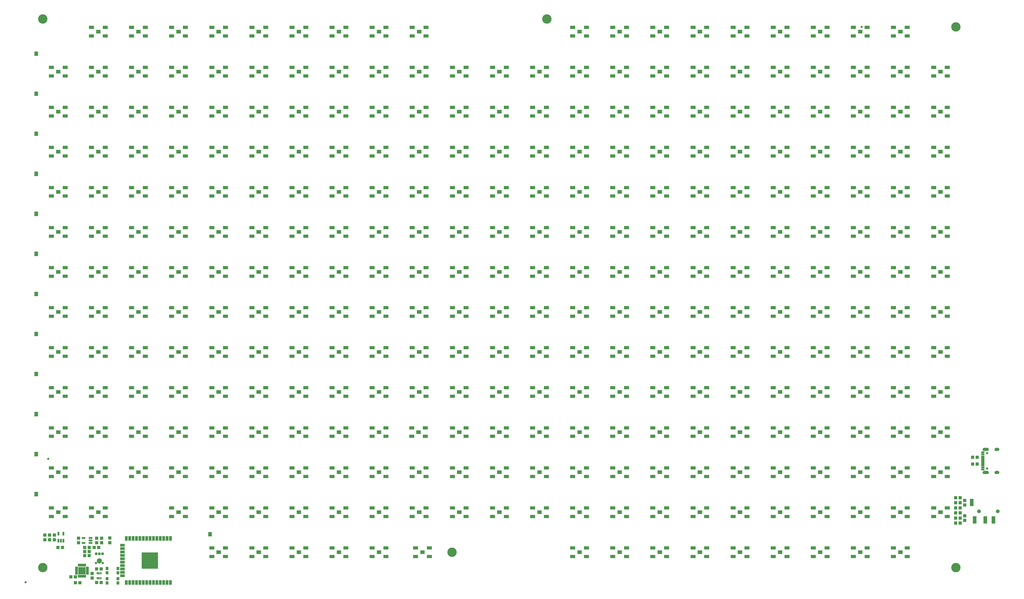
<source format=gts>
G04 EAGLE Gerber RS-274X export*
G75*
%MOMM*%
%FSLAX34Y34*%
%LPD*%
%INSoldermask Top*%
%IPPOS*%
%AMOC8*
5,1,8,0,0,1.08239X$1,22.5*%
G01*
%ADD10R,1.203200X1.303200*%
%ADD11C,0.838200*%
%ADD12R,0.503200X0.863200*%
%ADD13R,1.303200X1.203200*%
%ADD14R,1.103200X1.203200*%
%ADD15R,1.103200X1.703200*%
%ADD16R,1.703200X1.103200*%
%ADD17R,6.203200X6.203200*%
%ADD18R,0.753200X1.403200*%
%ADD19R,0.503200X1.053200*%
%ADD20R,1.053200X0.503200*%
%ADD21R,2.753200X2.753200*%
%ADD22C,3.505200*%
%ADD23R,1.219200X0.503200*%
%ADD24R,1.219200X0.803200*%
%ADD25R,1.219200X0.753200*%
%ADD26C,0.853200*%
%ADD27R,1.403200X2.703200*%
%ADD28C,1.403200*%
%ADD29C,0.500000*%
%ADD30C,0.903200*%
%ADD31C,1.103200*%
%ADD32R,1.403200X0.753200*%
%ADD33R,1.854200X1.203200*%
%ADD34R,0.838200X1.473200*%
%ADD35R,1.473200X0.838200*%

G36*
X3607855Y511584D02*
X3607855Y511584D01*
X3607858Y511581D01*
X3609125Y511786D01*
X3609131Y511792D01*
X3609136Y511789D01*
X3610325Y512271D01*
X3610329Y512278D01*
X3610335Y512276D01*
X3611388Y513010D01*
X3611390Y513018D01*
X3611396Y513017D01*
X3612259Y513967D01*
X3612260Y513976D01*
X3612265Y513976D01*
X3612895Y515095D01*
X3612894Y515103D01*
X3612900Y515105D01*
X3613265Y516335D01*
X3613262Y516342D01*
X3613266Y516345D01*
X3613265Y516345D01*
X3613267Y516346D01*
X3613349Y517627D01*
X3613347Y517631D01*
X3613349Y517633D01*
X3613267Y518914D01*
X3613261Y518920D01*
X3613265Y518925D01*
X3612900Y520155D01*
X3612893Y520160D01*
X3612895Y520165D01*
X3612265Y521284D01*
X3612258Y521287D01*
X3612259Y521293D01*
X3611396Y522243D01*
X3611388Y522244D01*
X3611388Y522250D01*
X3610335Y522984D01*
X3610327Y522984D01*
X3610325Y522989D01*
X3609136Y523471D01*
X3609128Y523469D01*
X3609125Y523474D01*
X3607858Y523679D01*
X3607853Y523676D01*
X3607850Y523679D01*
X3595850Y523679D01*
X3595846Y523676D01*
X3595843Y523679D01*
X3594721Y523524D01*
X3594716Y523519D01*
X3594712Y523522D01*
X3593641Y523151D01*
X3593637Y523145D01*
X3593632Y523147D01*
X3592655Y522574D01*
X3592652Y522568D01*
X3592647Y522569D01*
X3591800Y521816D01*
X3591798Y521809D01*
X3591793Y521809D01*
X3591109Y520906D01*
X3591109Y520899D01*
X3591104Y520898D01*
X3590609Y519879D01*
X3590611Y519872D01*
X3590609Y519871D01*
X3590606Y519870D01*
X3590319Y518773D01*
X3590322Y518767D01*
X3590318Y518764D01*
X3590251Y517633D01*
X3590253Y517629D01*
X3590251Y517627D01*
X3590318Y516496D01*
X3590323Y516491D01*
X3590319Y516487D01*
X3590606Y515390D01*
X3590612Y515386D01*
X3590609Y515381D01*
X3591104Y514362D01*
X3591110Y514359D01*
X3591109Y514354D01*
X3591793Y513451D01*
X3591800Y513449D01*
X3591800Y513444D01*
X3592647Y512691D01*
X3592654Y512691D01*
X3592655Y512686D01*
X3593632Y512113D01*
X3593639Y512114D01*
X3593641Y512109D01*
X3594712Y511738D01*
X3594718Y511741D01*
X3594721Y511736D01*
X3595843Y511581D01*
X3595848Y511584D01*
X3595850Y511581D01*
X3607850Y511581D01*
X3607855Y511584D01*
G37*
G36*
X3607855Y425184D02*
X3607855Y425184D01*
X3607858Y425181D01*
X3609125Y425386D01*
X3609131Y425392D01*
X3609136Y425389D01*
X3610325Y425871D01*
X3610329Y425878D01*
X3610335Y425876D01*
X3611388Y426610D01*
X3611390Y426618D01*
X3611396Y426617D01*
X3612259Y427567D01*
X3612260Y427576D01*
X3612265Y427576D01*
X3612895Y428695D01*
X3612894Y428703D01*
X3612900Y428705D01*
X3613265Y429935D01*
X3613262Y429942D01*
X3613266Y429945D01*
X3613265Y429945D01*
X3613267Y429946D01*
X3613349Y431227D01*
X3613347Y431231D01*
X3613349Y431233D01*
X3613267Y432514D01*
X3613261Y432520D01*
X3613265Y432525D01*
X3612900Y433755D01*
X3612893Y433760D01*
X3612895Y433765D01*
X3612265Y434884D01*
X3612258Y434887D01*
X3612259Y434893D01*
X3611396Y435843D01*
X3611388Y435844D01*
X3611388Y435850D01*
X3610335Y436584D01*
X3610327Y436584D01*
X3610325Y436589D01*
X3609136Y437071D01*
X3609128Y437069D01*
X3609125Y437074D01*
X3607858Y437279D01*
X3607853Y437276D01*
X3607850Y437279D01*
X3595850Y437279D01*
X3595846Y437276D01*
X3595843Y437279D01*
X3594721Y437124D01*
X3594716Y437119D01*
X3594712Y437122D01*
X3593641Y436751D01*
X3593637Y436745D01*
X3593632Y436747D01*
X3592655Y436174D01*
X3592652Y436168D01*
X3592647Y436169D01*
X3591800Y435416D01*
X3591798Y435409D01*
X3591793Y435409D01*
X3591109Y434506D01*
X3591109Y434499D01*
X3591104Y434498D01*
X3590609Y433479D01*
X3590611Y433472D01*
X3590609Y433471D01*
X3590606Y433470D01*
X3590319Y432373D01*
X3590322Y432367D01*
X3590318Y432364D01*
X3590251Y431233D01*
X3590253Y431229D01*
X3590251Y431227D01*
X3590318Y430096D01*
X3590323Y430091D01*
X3590319Y430087D01*
X3590606Y428990D01*
X3590612Y428986D01*
X3590609Y428981D01*
X3591104Y427962D01*
X3591110Y427959D01*
X3591109Y427954D01*
X3591793Y427051D01*
X3591800Y427049D01*
X3591800Y427044D01*
X3592647Y426291D01*
X3592654Y426291D01*
X3592655Y426286D01*
X3593632Y425713D01*
X3593639Y425714D01*
X3593641Y425709D01*
X3594712Y425338D01*
X3594718Y425341D01*
X3594721Y425336D01*
X3595843Y425181D01*
X3595848Y425184D01*
X3595850Y425181D01*
X3607850Y425181D01*
X3607855Y425184D01*
G37*
G36*
X3646654Y511583D02*
X3646654Y511583D01*
X3646656Y511581D01*
X3647985Y511736D01*
X3647991Y511742D01*
X3647995Y511739D01*
X3649256Y512186D01*
X3649261Y512193D01*
X3649266Y512191D01*
X3650396Y512908D01*
X3650399Y512915D01*
X3650405Y512914D01*
X3651347Y513865D01*
X3651348Y513873D01*
X3651354Y513873D01*
X3652061Y515009D01*
X3652061Y515014D01*
X3652062Y515015D01*
X3652061Y515017D01*
X3652066Y515019D01*
X3652502Y516284D01*
X3652500Y516292D01*
X3652505Y516295D01*
X3652649Y517625D01*
X3652645Y517631D01*
X3652649Y517635D01*
X3652539Y518801D01*
X3652534Y518806D01*
X3652537Y518810D01*
X3652202Y519933D01*
X3652196Y519937D01*
X3652198Y519941D01*
X3651650Y520977D01*
X3651644Y520980D01*
X3651645Y520985D01*
X3650906Y521893D01*
X3650899Y521895D01*
X3650899Y521900D01*
X3649997Y522647D01*
X3649990Y522647D01*
X3649989Y522653D01*
X3648958Y523209D01*
X3648951Y523208D01*
X3648949Y523213D01*
X3647830Y523557D01*
X3647823Y523555D01*
X3647820Y523559D01*
X3646655Y523679D01*
X3646652Y523677D01*
X3646650Y523679D01*
X3640650Y523679D01*
X3640647Y523677D01*
X3640645Y523679D01*
X3639469Y523568D01*
X3639464Y523563D01*
X3639460Y523566D01*
X3638328Y523228D01*
X3638324Y523222D01*
X3638319Y523224D01*
X3637275Y522672D01*
X3637272Y522665D01*
X3637267Y522667D01*
X3636351Y521921D01*
X3636350Y521914D01*
X3636344Y521914D01*
X3635591Y521005D01*
X3635591Y520997D01*
X3635586Y520997D01*
X3635025Y519957D01*
X3635026Y519950D01*
X3635021Y519948D01*
X3634674Y518819D01*
X3634676Y518813D01*
X3634672Y518810D01*
X3634551Y517635D01*
X3634555Y517628D01*
X3634551Y517624D01*
X3634708Y516284D01*
X3634713Y516278D01*
X3634710Y516273D01*
X3635161Y515002D01*
X3635168Y514997D01*
X3635166Y514992D01*
X3635888Y513853D01*
X3635896Y513850D01*
X3635895Y513844D01*
X3636853Y512894D01*
X3636861Y512893D01*
X3636862Y512887D01*
X3638007Y512174D01*
X3638016Y512175D01*
X3638017Y512169D01*
X3639293Y511729D01*
X3639300Y511731D01*
X3639302Y511729D01*
X3639303Y511727D01*
X3640645Y511581D01*
X3640648Y511583D01*
X3640650Y511581D01*
X3646650Y511581D01*
X3646654Y511583D01*
G37*
G36*
X3646654Y425183D02*
X3646654Y425183D01*
X3646656Y425181D01*
X3647985Y425336D01*
X3647991Y425342D01*
X3647995Y425339D01*
X3649256Y425786D01*
X3649261Y425793D01*
X3649266Y425791D01*
X3650396Y426508D01*
X3650399Y426515D01*
X3650405Y426514D01*
X3651347Y427465D01*
X3651348Y427473D01*
X3651354Y427473D01*
X3652061Y428609D01*
X3652061Y428614D01*
X3652062Y428615D01*
X3652061Y428617D01*
X3652066Y428619D01*
X3652502Y429884D01*
X3652500Y429892D01*
X3652505Y429895D01*
X3652649Y431225D01*
X3652645Y431231D01*
X3652649Y431235D01*
X3652539Y432401D01*
X3652534Y432406D01*
X3652537Y432410D01*
X3652202Y433533D01*
X3652196Y433537D01*
X3652198Y433541D01*
X3651650Y434577D01*
X3651644Y434580D01*
X3651645Y434585D01*
X3650906Y435493D01*
X3650899Y435495D01*
X3650899Y435500D01*
X3649997Y436247D01*
X3649990Y436247D01*
X3649989Y436253D01*
X3648958Y436809D01*
X3648951Y436808D01*
X3648949Y436813D01*
X3647830Y437157D01*
X3647823Y437155D01*
X3647820Y437159D01*
X3646655Y437279D01*
X3646652Y437277D01*
X3646650Y437279D01*
X3640650Y437279D01*
X3640647Y437277D01*
X3640645Y437279D01*
X3639469Y437168D01*
X3639464Y437163D01*
X3639460Y437166D01*
X3638328Y436828D01*
X3638324Y436822D01*
X3638319Y436824D01*
X3637275Y436272D01*
X3637272Y436265D01*
X3637267Y436267D01*
X3636351Y435521D01*
X3636350Y435514D01*
X3636344Y435514D01*
X3635591Y434605D01*
X3635591Y434597D01*
X3635586Y434597D01*
X3635025Y433557D01*
X3635026Y433550D01*
X3635021Y433548D01*
X3634674Y432419D01*
X3634676Y432413D01*
X3634672Y432410D01*
X3634551Y431235D01*
X3634555Y431228D01*
X3634551Y431224D01*
X3634708Y429884D01*
X3634713Y429878D01*
X3634710Y429873D01*
X3635161Y428602D01*
X3635168Y428597D01*
X3635166Y428592D01*
X3635888Y427453D01*
X3635896Y427450D01*
X3635895Y427444D01*
X3636853Y426494D01*
X3636861Y426493D01*
X3636862Y426487D01*
X3638007Y425774D01*
X3638016Y425775D01*
X3638017Y425769D01*
X3639293Y425329D01*
X3639300Y425331D01*
X3639302Y425329D01*
X3639303Y425327D01*
X3640645Y425181D01*
X3640648Y425183D01*
X3640650Y425181D01*
X3646650Y425181D01*
X3646654Y425183D01*
G37*
D10*
X117500Y196500D03*
X117500Y179500D03*
D11*
X3137500Y2100000D03*
X95000Y482500D03*
X10000Y20000D03*
D12*
X278300Y35250D03*
X284800Y53650D03*
X291300Y53650D03*
X278300Y53650D03*
X284800Y35250D03*
X291300Y35250D03*
D13*
X196600Y17900D03*
X213600Y17900D03*
X276300Y19050D03*
X293300Y19050D03*
X276300Y69850D03*
X293300Y69850D03*
D10*
X259400Y52950D03*
X259400Y35950D03*
D14*
X315100Y55500D03*
X315100Y71500D03*
X356100Y71500D03*
X356100Y55500D03*
X356100Y33400D03*
X356100Y17400D03*
X315100Y17400D03*
X315100Y33400D03*
D15*
X552300Y183980D03*
X539600Y183980D03*
X526900Y183980D03*
X514200Y183980D03*
X501500Y183980D03*
X488800Y183980D03*
X476100Y183980D03*
X463400Y183980D03*
X450700Y183980D03*
X438000Y183980D03*
X425300Y183980D03*
X412600Y183980D03*
X399900Y183980D03*
X387200Y183980D03*
D16*
X372300Y158750D03*
X372300Y146050D03*
X372300Y133350D03*
X372300Y120650D03*
X372300Y107950D03*
X372300Y95250D03*
X372300Y82550D03*
X372300Y69850D03*
X372300Y57150D03*
X372300Y44450D03*
D15*
X387200Y19220D03*
X399900Y19220D03*
X412600Y19220D03*
X425300Y19220D03*
X438000Y19220D03*
X450700Y19220D03*
X463400Y19220D03*
X476100Y19220D03*
X488800Y19220D03*
X501500Y19220D03*
X514200Y19220D03*
X526900Y19220D03*
X539600Y19220D03*
X552300Y19220D03*
D17*
X475300Y101600D03*
D18*
X132700Y175799D03*
X142200Y175799D03*
X151700Y175799D03*
X151700Y201801D03*
X132700Y201801D03*
D19*
X208800Y84000D03*
X213800Y84000D03*
X218800Y84000D03*
X223800Y84000D03*
X228800Y84000D03*
X233800Y84000D03*
D20*
X241800Y76000D03*
X241800Y71000D03*
X241800Y66000D03*
X241800Y61000D03*
X241800Y56000D03*
X241800Y51000D03*
X200800Y51000D03*
X200800Y56000D03*
X200800Y61000D03*
X200800Y66000D03*
X200800Y71000D03*
X200800Y76000D03*
D19*
X233800Y43000D03*
X228800Y43000D03*
X223800Y43000D03*
X218800Y43000D03*
X213800Y43000D03*
X208800Y43000D03*
D21*
X221300Y63500D03*
D22*
X3490000Y75000D03*
X75000Y75000D03*
D23*
X3591110Y481930D03*
X3591110Y476930D03*
D24*
X3591110Y506680D03*
D25*
X3591110Y498930D03*
D23*
X3591110Y491930D03*
X3591110Y486930D03*
X3591110Y466930D03*
X3591110Y471930D03*
D24*
X3591110Y442180D03*
D25*
X3591110Y449930D03*
D23*
X3591110Y456930D03*
X3591110Y461930D03*
D26*
X3607100Y445530D03*
X3607100Y503330D03*
D13*
X3552400Y488400D03*
X3569400Y488400D03*
X3552400Y463000D03*
X3569400Y463000D03*
D27*
X3560500Y253500D03*
X3549500Y318500D03*
X3600500Y253500D03*
X3630500Y253500D03*
D28*
X3646500Y286000D03*
X3576500Y286000D03*
D29*
X279300Y100000D02*
X279302Y100172D01*
X279308Y100343D01*
X279319Y100515D01*
X279334Y100686D01*
X279353Y100857D01*
X279376Y101027D01*
X279403Y101197D01*
X279435Y101366D01*
X279470Y101534D01*
X279510Y101701D01*
X279554Y101867D01*
X279601Y102032D01*
X279653Y102196D01*
X279709Y102358D01*
X279769Y102519D01*
X279833Y102679D01*
X279901Y102837D01*
X279972Y102993D01*
X280047Y103147D01*
X280127Y103300D01*
X280209Y103450D01*
X280296Y103599D01*
X280386Y103745D01*
X280480Y103889D01*
X280577Y104031D01*
X280678Y104170D01*
X280782Y104307D01*
X280889Y104441D01*
X281000Y104572D01*
X281113Y104701D01*
X281230Y104827D01*
X281350Y104950D01*
X281473Y105070D01*
X281599Y105187D01*
X281728Y105300D01*
X281859Y105411D01*
X281993Y105518D01*
X282130Y105622D01*
X282269Y105723D01*
X282411Y105820D01*
X282555Y105914D01*
X282701Y106004D01*
X282850Y106091D01*
X283000Y106173D01*
X283153Y106253D01*
X283307Y106328D01*
X283463Y106399D01*
X283621Y106467D01*
X283781Y106531D01*
X283942Y106591D01*
X284104Y106647D01*
X284268Y106699D01*
X284433Y106746D01*
X284599Y106790D01*
X284766Y106830D01*
X284934Y106865D01*
X285103Y106897D01*
X285273Y106924D01*
X285443Y106947D01*
X285614Y106966D01*
X285785Y106981D01*
X285957Y106992D01*
X286128Y106998D01*
X286300Y107000D01*
X286472Y106998D01*
X286643Y106992D01*
X286815Y106981D01*
X286986Y106966D01*
X287157Y106947D01*
X287327Y106924D01*
X287497Y106897D01*
X287666Y106865D01*
X287834Y106830D01*
X288001Y106790D01*
X288167Y106746D01*
X288332Y106699D01*
X288496Y106647D01*
X288658Y106591D01*
X288819Y106531D01*
X288979Y106467D01*
X289137Y106399D01*
X289293Y106328D01*
X289447Y106253D01*
X289600Y106173D01*
X289750Y106091D01*
X289899Y106004D01*
X290045Y105914D01*
X290189Y105820D01*
X290331Y105723D01*
X290470Y105622D01*
X290607Y105518D01*
X290741Y105411D01*
X290872Y105300D01*
X291001Y105187D01*
X291127Y105070D01*
X291250Y104950D01*
X291370Y104827D01*
X291487Y104701D01*
X291600Y104572D01*
X291711Y104441D01*
X291818Y104307D01*
X291922Y104170D01*
X292023Y104031D01*
X292120Y103889D01*
X292214Y103745D01*
X292304Y103599D01*
X292391Y103450D01*
X292473Y103300D01*
X292553Y103147D01*
X292628Y102993D01*
X292699Y102837D01*
X292767Y102679D01*
X292831Y102519D01*
X292891Y102358D01*
X292947Y102196D01*
X292999Y102032D01*
X293046Y101867D01*
X293090Y101701D01*
X293130Y101534D01*
X293165Y101366D01*
X293197Y101197D01*
X293224Y101027D01*
X293247Y100857D01*
X293266Y100686D01*
X293281Y100515D01*
X293292Y100343D01*
X293298Y100172D01*
X293300Y100000D01*
X293298Y99828D01*
X293292Y99657D01*
X293281Y99485D01*
X293266Y99314D01*
X293247Y99143D01*
X293224Y98973D01*
X293197Y98803D01*
X293165Y98634D01*
X293130Y98466D01*
X293090Y98299D01*
X293046Y98133D01*
X292999Y97968D01*
X292947Y97804D01*
X292891Y97642D01*
X292831Y97481D01*
X292767Y97321D01*
X292699Y97163D01*
X292628Y97007D01*
X292553Y96853D01*
X292473Y96700D01*
X292391Y96550D01*
X292304Y96401D01*
X292214Y96255D01*
X292120Y96111D01*
X292023Y95969D01*
X291922Y95830D01*
X291818Y95693D01*
X291711Y95559D01*
X291600Y95428D01*
X291487Y95299D01*
X291370Y95173D01*
X291250Y95050D01*
X291127Y94930D01*
X291001Y94813D01*
X290872Y94700D01*
X290741Y94589D01*
X290607Y94482D01*
X290470Y94378D01*
X290331Y94277D01*
X290189Y94180D01*
X290045Y94086D01*
X289899Y93996D01*
X289750Y93909D01*
X289600Y93827D01*
X289447Y93747D01*
X289293Y93672D01*
X289137Y93601D01*
X288979Y93533D01*
X288819Y93469D01*
X288658Y93409D01*
X288496Y93353D01*
X288332Y93301D01*
X288167Y93254D01*
X288001Y93210D01*
X287834Y93170D01*
X287666Y93135D01*
X287497Y93103D01*
X287327Y93076D01*
X287157Y93053D01*
X286986Y93034D01*
X286815Y93019D01*
X286643Y93008D01*
X286472Y93002D01*
X286300Y93000D01*
X286128Y93002D01*
X285957Y93008D01*
X285785Y93019D01*
X285614Y93034D01*
X285443Y93053D01*
X285273Y93076D01*
X285103Y93103D01*
X284934Y93135D01*
X284766Y93170D01*
X284599Y93210D01*
X284433Y93254D01*
X284268Y93301D01*
X284104Y93353D01*
X283942Y93409D01*
X283781Y93469D01*
X283621Y93533D01*
X283463Y93601D01*
X283307Y93672D01*
X283153Y93747D01*
X283000Y93827D01*
X282850Y93909D01*
X282701Y93996D01*
X282555Y94086D01*
X282411Y94180D01*
X282269Y94277D01*
X282130Y94378D01*
X281993Y94482D01*
X281859Y94589D01*
X281728Y94700D01*
X281599Y94813D01*
X281473Y94930D01*
X281350Y95050D01*
X281230Y95173D01*
X281113Y95299D01*
X281000Y95428D01*
X280889Y95559D01*
X280782Y95693D01*
X280678Y95830D01*
X280577Y95969D01*
X280480Y96111D01*
X280386Y96255D01*
X280296Y96401D01*
X280209Y96550D01*
X280127Y96700D01*
X280047Y96853D01*
X279972Y97007D01*
X279901Y97163D01*
X279833Y97321D01*
X279769Y97481D01*
X279709Y97642D01*
X279653Y97804D01*
X279601Y97968D01*
X279554Y98133D01*
X279510Y98299D01*
X279470Y98466D01*
X279435Y98634D01*
X279403Y98803D01*
X279376Y98973D01*
X279353Y99143D01*
X279334Y99314D01*
X279319Y99485D01*
X279308Y99657D01*
X279302Y99828D01*
X279300Y100000D01*
D30*
X299300Y92000D03*
D31*
X286300Y126200D03*
X274300Y126200D03*
D30*
X273300Y92000D03*
D31*
X298300Y126200D03*
X286300Y100000D03*
D13*
X283500Y150000D03*
X266500Y150000D03*
X231500Y150000D03*
X248500Y150000D03*
D32*
X253301Y167200D03*
X253301Y176700D03*
X253301Y186200D03*
X227299Y186200D03*
X227299Y167200D03*
D10*
X325000Y185500D03*
X325000Y168500D03*
X295150Y168200D03*
X295150Y185200D03*
X276100Y185200D03*
X276100Y168200D03*
D13*
X248500Y120000D03*
X231500Y120000D03*
D10*
X208550Y168200D03*
X208550Y185200D03*
D13*
X231500Y135000D03*
X248500Y135000D03*
X3505900Y279650D03*
X3488900Y279650D03*
X3505900Y336800D03*
X3488900Y336800D03*
X3488900Y298700D03*
X3505900Y298700D03*
X3505900Y241550D03*
X3488900Y241550D03*
X3505900Y317750D03*
X3488900Y317750D03*
X3488900Y260600D03*
X3505900Y260600D03*
D10*
X3522800Y326250D03*
X3522800Y309250D03*
X3522800Y269100D03*
X3522800Y252100D03*
D33*
X308270Y2066500D03*
X256730Y2066500D03*
X256730Y2098500D03*
X308270Y2098500D03*
X458270Y2066500D03*
X406730Y2066500D03*
X406730Y2098500D03*
X458270Y2098500D03*
D34*
X278436Y2082500D03*
X286564Y2082500D03*
X428436Y2082500D03*
X436564Y2082500D03*
D33*
X608270Y2066500D03*
X556730Y2066500D03*
X556730Y2098500D03*
X608270Y2098500D03*
X758270Y2066500D03*
X706730Y2066500D03*
X706730Y2098500D03*
X758270Y2098500D03*
D34*
X578436Y2082500D03*
X586564Y2082500D03*
X728436Y2082500D03*
X736564Y2082500D03*
D33*
X908270Y2066500D03*
X856730Y2066500D03*
X856730Y2098500D03*
X908270Y2098500D03*
X1058270Y2066500D03*
X1006730Y2066500D03*
X1006730Y2098500D03*
X1058270Y2098500D03*
D34*
X878436Y2082500D03*
X886564Y2082500D03*
X1028436Y2082500D03*
X1036564Y2082500D03*
D33*
X1208270Y2066500D03*
X1156730Y2066500D03*
X1156730Y2098500D03*
X1208270Y2098500D03*
X1358270Y2066500D03*
X1306730Y2066500D03*
X1306730Y2098500D03*
X1358270Y2098500D03*
D34*
X1178436Y2082500D03*
X1186564Y2082500D03*
X1328436Y2082500D03*
X1336564Y2082500D03*
D33*
X1508270Y2066500D03*
X1456730Y2066500D03*
X1456730Y2098500D03*
X1508270Y2098500D03*
D34*
X1478436Y2082500D03*
X1486564Y2082500D03*
D33*
X2108270Y2066500D03*
X2056730Y2066500D03*
X2056730Y2098500D03*
X2108270Y2098500D03*
D34*
X2078436Y2082500D03*
X2086564Y2082500D03*
D33*
X2258270Y2066500D03*
X2206730Y2066500D03*
X2206730Y2098500D03*
X2258270Y2098500D03*
X2408270Y2066500D03*
X2356730Y2066500D03*
X2356730Y2098500D03*
X2408270Y2098500D03*
D34*
X2228436Y2082500D03*
X2236564Y2082500D03*
X2378436Y2082500D03*
X2386564Y2082500D03*
D33*
X2558270Y2066500D03*
X2506730Y2066500D03*
X2506730Y2098500D03*
X2558270Y2098500D03*
X2708270Y2066500D03*
X2656730Y2066500D03*
X2656730Y2098500D03*
X2708270Y2098500D03*
D34*
X2528436Y2082500D03*
X2536564Y2082500D03*
X2678436Y2082500D03*
X2686564Y2082500D03*
D33*
X2858270Y2066500D03*
X2806730Y2066500D03*
X2806730Y2098500D03*
X2858270Y2098500D03*
X3008270Y2066500D03*
X2956730Y2066500D03*
X2956730Y2098500D03*
X3008270Y2098500D03*
D34*
X2828436Y2082500D03*
X2836564Y2082500D03*
X2978436Y2082500D03*
X2986564Y2082500D03*
D33*
X158270Y1916500D03*
X106730Y1916500D03*
X106730Y1948500D03*
X158270Y1948500D03*
D34*
X128436Y1932500D03*
X136564Y1932500D03*
D33*
X308270Y1916500D03*
X256730Y1916500D03*
X256730Y1948500D03*
X308270Y1948500D03*
D34*
X278436Y1932500D03*
X286564Y1932500D03*
D33*
X458270Y1916500D03*
X406730Y1916500D03*
X406730Y1948500D03*
X458270Y1948500D03*
X608270Y1916500D03*
X556730Y1916500D03*
X556730Y1948500D03*
X608270Y1948500D03*
D34*
X428436Y1932500D03*
X436564Y1932500D03*
X578436Y1932500D03*
X586564Y1932500D03*
D33*
X758270Y1916500D03*
X706730Y1916500D03*
X706730Y1948500D03*
X758270Y1948500D03*
X908270Y1916500D03*
X856730Y1916500D03*
X856730Y1948500D03*
X908270Y1948500D03*
D34*
X728436Y1932500D03*
X736564Y1932500D03*
X878436Y1932500D03*
X886564Y1932500D03*
D33*
X1058270Y1916500D03*
X1006730Y1916500D03*
X1006730Y1948500D03*
X1058270Y1948500D03*
X1208270Y1916500D03*
X1156730Y1916500D03*
X1156730Y1948500D03*
X1208270Y1948500D03*
D34*
X1028436Y1932500D03*
X1036564Y1932500D03*
X1178436Y1932500D03*
X1186564Y1932500D03*
D33*
X1358270Y1916500D03*
X1306730Y1916500D03*
X1306730Y1948500D03*
X1358270Y1948500D03*
X1508270Y1916500D03*
X1456730Y1916500D03*
X1456730Y1948500D03*
X1508270Y1948500D03*
D34*
X1328436Y1932500D03*
X1336564Y1932500D03*
X1478436Y1932500D03*
X1486564Y1932500D03*
D33*
X1658270Y1916500D03*
X1606730Y1916500D03*
X1606730Y1948500D03*
X1658270Y1948500D03*
X1808270Y1916500D03*
X1756730Y1916500D03*
X1756730Y1948500D03*
X1808270Y1948500D03*
D34*
X1628436Y1932500D03*
X1636564Y1932500D03*
X1778436Y1932500D03*
X1786564Y1932500D03*
D33*
X1958270Y1916500D03*
X1906730Y1916500D03*
X1906730Y1948500D03*
X1958270Y1948500D03*
D34*
X1928436Y1932500D03*
X1936564Y1932500D03*
D33*
X2108270Y1916500D03*
X2056730Y1916500D03*
X2056730Y1948500D03*
X2108270Y1948500D03*
X2258270Y1916500D03*
X2206730Y1916500D03*
X2206730Y1948500D03*
X2258270Y1948500D03*
D34*
X2078436Y1932500D03*
X2086564Y1932500D03*
X2228436Y1932500D03*
X2236564Y1932500D03*
D33*
X2408270Y1916500D03*
X2356730Y1916500D03*
X2356730Y1948500D03*
X2408270Y1948500D03*
X2558270Y1916500D03*
X2506730Y1916500D03*
X2506730Y1948500D03*
X2558270Y1948500D03*
D34*
X2378436Y1932500D03*
X2386564Y1932500D03*
X2528436Y1932500D03*
X2536564Y1932500D03*
D33*
X2708270Y1916500D03*
X2656730Y1916500D03*
X2656730Y1948500D03*
X2708270Y1948500D03*
X2858270Y1916500D03*
X2806730Y1916500D03*
X2806730Y1948500D03*
X2858270Y1948500D03*
D34*
X2678436Y1932500D03*
X2686564Y1932500D03*
X2828436Y1932500D03*
X2836564Y1932500D03*
D33*
X3008270Y1916500D03*
X2956730Y1916500D03*
X2956730Y1948500D03*
X3008270Y1948500D03*
X3158270Y1916500D03*
X3106730Y1916500D03*
X3106730Y1948500D03*
X3158270Y1948500D03*
D34*
X2978436Y1932500D03*
X2986564Y1932500D03*
X3128436Y1932500D03*
X3136564Y1932500D03*
D33*
X158270Y1766500D03*
X106730Y1766500D03*
X106730Y1798500D03*
X158270Y1798500D03*
X308270Y1766500D03*
X256730Y1766500D03*
X256730Y1798500D03*
X308270Y1798500D03*
D34*
X128436Y1782500D03*
X136564Y1782500D03*
X278436Y1782500D03*
X286564Y1782500D03*
D33*
X458270Y1766500D03*
X406730Y1766500D03*
X406730Y1798500D03*
X458270Y1798500D03*
D34*
X428436Y1782500D03*
X436564Y1782500D03*
D33*
X608270Y1766500D03*
X556730Y1766500D03*
X556730Y1798500D03*
X608270Y1798500D03*
X758270Y1766500D03*
X706730Y1766500D03*
X706730Y1798500D03*
X758270Y1798500D03*
D34*
X578436Y1782500D03*
X586564Y1782500D03*
X728436Y1782500D03*
X736564Y1782500D03*
D33*
X908270Y1766500D03*
X856730Y1766500D03*
X856730Y1798500D03*
X908270Y1798500D03*
X1058270Y1766500D03*
X1006730Y1766500D03*
X1006730Y1798500D03*
X1058270Y1798500D03*
D34*
X878436Y1782500D03*
X886564Y1782500D03*
X1028436Y1782500D03*
X1036564Y1782500D03*
D33*
X1208270Y1766500D03*
X1156730Y1766500D03*
X1156730Y1798500D03*
X1208270Y1798500D03*
X1358270Y1766500D03*
X1306730Y1766500D03*
X1306730Y1798500D03*
X1358270Y1798500D03*
D34*
X1178436Y1782500D03*
X1186564Y1782500D03*
X1328436Y1782500D03*
X1336564Y1782500D03*
D33*
X1508270Y1766500D03*
X1456730Y1766500D03*
X1456730Y1798500D03*
X1508270Y1798500D03*
X1658270Y1766500D03*
X1606730Y1766500D03*
X1606730Y1798500D03*
X1658270Y1798500D03*
D34*
X1478436Y1782500D03*
X1486564Y1782500D03*
X1628436Y1782500D03*
X1636564Y1782500D03*
D33*
X1808270Y1766500D03*
X1756730Y1766500D03*
X1756730Y1798500D03*
X1808270Y1798500D03*
X1958270Y1766500D03*
X1906730Y1766500D03*
X1906730Y1798500D03*
X1958270Y1798500D03*
D34*
X1778436Y1782500D03*
X1786564Y1782500D03*
X1928436Y1782500D03*
X1936564Y1782500D03*
D33*
X2108270Y1766500D03*
X2056730Y1766500D03*
X2056730Y1798500D03*
X2108270Y1798500D03*
D34*
X2078436Y1782500D03*
X2086564Y1782500D03*
D33*
X2258270Y1766500D03*
X2206730Y1766500D03*
X2206730Y1798500D03*
X2258270Y1798500D03*
X2408270Y1766500D03*
X2356730Y1766500D03*
X2356730Y1798500D03*
X2408270Y1798500D03*
D34*
X2228436Y1782500D03*
X2236564Y1782500D03*
X2378436Y1782500D03*
X2386564Y1782500D03*
D33*
X2558270Y1766500D03*
X2506730Y1766500D03*
X2506730Y1798500D03*
X2558270Y1798500D03*
X2708270Y1766500D03*
X2656730Y1766500D03*
X2656730Y1798500D03*
X2708270Y1798500D03*
D34*
X2528436Y1782500D03*
X2536564Y1782500D03*
X2678436Y1782500D03*
X2686564Y1782500D03*
D33*
X2858270Y1766500D03*
X2806730Y1766500D03*
X2806730Y1798500D03*
X2858270Y1798500D03*
X3008270Y1766500D03*
X2956730Y1766500D03*
X2956730Y1798500D03*
X3008270Y1798500D03*
D34*
X2828436Y1782500D03*
X2836564Y1782500D03*
X2978436Y1782500D03*
X2986564Y1782500D03*
D33*
X3158270Y1766500D03*
X3106730Y1766500D03*
X3106730Y1798500D03*
X3158270Y1798500D03*
X158270Y1616500D03*
X106730Y1616500D03*
X106730Y1648500D03*
X158270Y1648500D03*
D34*
X3128436Y1782500D03*
X3136564Y1782500D03*
X128436Y1632500D03*
X136564Y1632500D03*
D33*
X308270Y1616500D03*
X256730Y1616500D03*
X256730Y1648500D03*
X308270Y1648500D03*
X458270Y1616500D03*
X406730Y1616500D03*
X406730Y1648500D03*
X458270Y1648500D03*
D34*
X278436Y1632500D03*
X286564Y1632500D03*
X428436Y1632500D03*
X436564Y1632500D03*
D33*
X608270Y1616500D03*
X556730Y1616500D03*
X556730Y1648500D03*
X608270Y1648500D03*
D34*
X578436Y1632500D03*
X586564Y1632500D03*
D33*
X758270Y1616500D03*
X706730Y1616500D03*
X706730Y1648500D03*
X758270Y1648500D03*
X908270Y1616500D03*
X856730Y1616500D03*
X856730Y1648500D03*
X908270Y1648500D03*
D34*
X728436Y1632500D03*
X736564Y1632500D03*
X878436Y1632500D03*
X886564Y1632500D03*
D33*
X1058270Y1616500D03*
X1006730Y1616500D03*
X1006730Y1648500D03*
X1058270Y1648500D03*
X1208270Y1616500D03*
X1156730Y1616500D03*
X1156730Y1648500D03*
X1208270Y1648500D03*
D34*
X1028436Y1632500D03*
X1036564Y1632500D03*
X1178436Y1632500D03*
X1186564Y1632500D03*
D33*
X1358270Y1616500D03*
X1306730Y1616500D03*
X1306730Y1648500D03*
X1358270Y1648500D03*
X1508270Y1616500D03*
X1456730Y1616500D03*
X1456730Y1648500D03*
X1508270Y1648500D03*
D34*
X1328436Y1632500D03*
X1336564Y1632500D03*
X1478436Y1632500D03*
X1486564Y1632500D03*
D33*
X1658270Y1616500D03*
X1606730Y1616500D03*
X1606730Y1648500D03*
X1658270Y1648500D03*
X1808270Y1616500D03*
X1756730Y1616500D03*
X1756730Y1648500D03*
X1808270Y1648500D03*
D34*
X1628436Y1632500D03*
X1636564Y1632500D03*
X1778436Y1632500D03*
X1786564Y1632500D03*
D33*
X1958270Y1616500D03*
X1906730Y1616500D03*
X1906730Y1648500D03*
X1958270Y1648500D03*
X2108270Y1616500D03*
X2056730Y1616500D03*
X2056730Y1648500D03*
X2108270Y1648500D03*
D34*
X1928436Y1632500D03*
X1936564Y1632500D03*
X2078436Y1632500D03*
X2086564Y1632500D03*
D33*
X2258270Y1616500D03*
X2206730Y1616500D03*
X2206730Y1648500D03*
X2258270Y1648500D03*
D34*
X2228436Y1632500D03*
X2236564Y1632500D03*
D33*
X2408270Y1616500D03*
X2356730Y1616500D03*
X2356730Y1648500D03*
X2408270Y1648500D03*
X2558270Y1616500D03*
X2506730Y1616500D03*
X2506730Y1648500D03*
X2558270Y1648500D03*
D34*
X2378436Y1632500D03*
X2386564Y1632500D03*
X2528436Y1632500D03*
X2536564Y1632500D03*
D33*
X2708270Y1616500D03*
X2656730Y1616500D03*
X2656730Y1648500D03*
X2708270Y1648500D03*
X2858270Y1616500D03*
X2806730Y1616500D03*
X2806730Y1648500D03*
X2858270Y1648500D03*
D34*
X2678436Y1632500D03*
X2686564Y1632500D03*
X2828436Y1632500D03*
X2836564Y1632500D03*
D33*
X3008270Y1616500D03*
X2956730Y1616500D03*
X2956730Y1648500D03*
X3008270Y1648500D03*
X3458270Y1616500D03*
X3406730Y1616500D03*
X3406730Y1648500D03*
X3458270Y1648500D03*
D34*
X2978436Y1632500D03*
X2986564Y1632500D03*
X3428436Y1632500D03*
X3436564Y1632500D03*
D33*
X158270Y1466500D03*
X106730Y1466500D03*
X106730Y1498500D03*
X158270Y1498500D03*
X308270Y1466500D03*
X256730Y1466500D03*
X256730Y1498500D03*
X308270Y1498500D03*
D34*
X128436Y1482500D03*
X136564Y1482500D03*
X278436Y1482500D03*
X286564Y1482500D03*
D33*
X458270Y1466500D03*
X406730Y1466500D03*
X406730Y1498500D03*
X458270Y1498500D03*
X608270Y1466500D03*
X556730Y1466500D03*
X556730Y1498500D03*
X608270Y1498500D03*
D34*
X428436Y1482500D03*
X436564Y1482500D03*
X578436Y1482500D03*
X586564Y1482500D03*
D33*
X758270Y1466500D03*
X706730Y1466500D03*
X706730Y1498500D03*
X758270Y1498500D03*
D34*
X728436Y1482500D03*
X736564Y1482500D03*
D33*
X908270Y1466500D03*
X856730Y1466500D03*
X856730Y1498500D03*
X908270Y1498500D03*
X1058270Y1466500D03*
X1006730Y1466500D03*
X1006730Y1498500D03*
X1058270Y1498500D03*
D34*
X878436Y1482500D03*
X886564Y1482500D03*
X1028436Y1482500D03*
X1036564Y1482500D03*
D33*
X1208270Y1466500D03*
X1156730Y1466500D03*
X1156730Y1498500D03*
X1208270Y1498500D03*
X1358270Y1466500D03*
X1306730Y1466500D03*
X1306730Y1498500D03*
X1358270Y1498500D03*
D34*
X1178436Y1482500D03*
X1186564Y1482500D03*
X1328436Y1482500D03*
X1336564Y1482500D03*
D33*
X1508270Y1466500D03*
X1456730Y1466500D03*
X1456730Y1498500D03*
X1508270Y1498500D03*
X1658270Y1466500D03*
X1606730Y1466500D03*
X1606730Y1498500D03*
X1658270Y1498500D03*
D34*
X1478436Y1482500D03*
X1486564Y1482500D03*
X1628436Y1482500D03*
X1636564Y1482500D03*
D33*
X1808270Y1466500D03*
X1756730Y1466500D03*
X1756730Y1498500D03*
X1808270Y1498500D03*
X1958270Y1466500D03*
X1906730Y1466500D03*
X1906730Y1498500D03*
X1958270Y1498500D03*
D34*
X1778436Y1482500D03*
X1786564Y1482500D03*
X1928436Y1482500D03*
X1936564Y1482500D03*
D33*
X2108270Y1466500D03*
X2056730Y1466500D03*
X2056730Y1498500D03*
X2108270Y1498500D03*
X2258270Y1466500D03*
X2206730Y1466500D03*
X2206730Y1498500D03*
X2258270Y1498500D03*
D34*
X2078436Y1482500D03*
X2086564Y1482500D03*
X2228436Y1482500D03*
X2236564Y1482500D03*
D33*
X2408270Y1466500D03*
X2356730Y1466500D03*
X2356730Y1498500D03*
X2408270Y1498500D03*
D34*
X2378436Y1482500D03*
X2386564Y1482500D03*
D33*
X2558270Y1466500D03*
X2506730Y1466500D03*
X2506730Y1498500D03*
X2558270Y1498500D03*
X2708270Y1466500D03*
X2656730Y1466500D03*
X2656730Y1498500D03*
X2708270Y1498500D03*
D34*
X2528436Y1482500D03*
X2536564Y1482500D03*
X2678436Y1482500D03*
X2686564Y1482500D03*
D33*
X2858270Y1466500D03*
X2806730Y1466500D03*
X2806730Y1498500D03*
X2858270Y1498500D03*
X3008270Y1466500D03*
X2956730Y1466500D03*
X2956730Y1498500D03*
X3008270Y1498500D03*
D34*
X2828436Y1482500D03*
X2836564Y1482500D03*
X2978436Y1482500D03*
X2986564Y1482500D03*
D33*
X3158270Y1466500D03*
X3106730Y1466500D03*
X3106730Y1498500D03*
X3158270Y1498500D03*
X158270Y1316500D03*
X106730Y1316500D03*
X106730Y1348500D03*
X158270Y1348500D03*
D34*
X3128436Y1482500D03*
X3136564Y1482500D03*
X128436Y1332500D03*
X136564Y1332500D03*
D33*
X308270Y1316500D03*
X256730Y1316500D03*
X256730Y1348500D03*
X308270Y1348500D03*
X458270Y1316500D03*
X406730Y1316500D03*
X406730Y1348500D03*
X458270Y1348500D03*
D34*
X278436Y1332500D03*
X286564Y1332500D03*
X428436Y1332500D03*
X436564Y1332500D03*
D33*
X608270Y1316500D03*
X556730Y1316500D03*
X556730Y1348500D03*
X608270Y1348500D03*
X758270Y1316500D03*
X706730Y1316500D03*
X706730Y1348500D03*
X758270Y1348500D03*
D34*
X578436Y1332500D03*
X586564Y1332500D03*
X728436Y1332500D03*
X736564Y1332500D03*
D33*
X908270Y1316500D03*
X856730Y1316500D03*
X856730Y1348500D03*
X908270Y1348500D03*
D34*
X878436Y1332500D03*
X886564Y1332500D03*
D33*
X1058270Y1316500D03*
X1006730Y1316500D03*
X1006730Y1348500D03*
X1058270Y1348500D03*
X1208270Y1316500D03*
X1156730Y1316500D03*
X1156730Y1348500D03*
X1208270Y1348500D03*
D34*
X1028436Y1332500D03*
X1036564Y1332500D03*
X1178436Y1332500D03*
X1186564Y1332500D03*
D33*
X1358270Y1316500D03*
X1306730Y1316500D03*
X1306730Y1348500D03*
X1358270Y1348500D03*
X1508270Y1316500D03*
X1456730Y1316500D03*
X1456730Y1348500D03*
X1508270Y1348500D03*
D34*
X1328436Y1332500D03*
X1336564Y1332500D03*
X1478436Y1332500D03*
X1486564Y1332500D03*
D33*
X1658270Y1316500D03*
X1606730Y1316500D03*
X1606730Y1348500D03*
X1658270Y1348500D03*
X1808270Y1316500D03*
X1756730Y1316500D03*
X1756730Y1348500D03*
X1808270Y1348500D03*
D34*
X1628436Y1332500D03*
X1636564Y1332500D03*
X1778436Y1332500D03*
X1786564Y1332500D03*
D33*
X1958270Y1316500D03*
X1906730Y1316500D03*
X1906730Y1348500D03*
X1958270Y1348500D03*
X2108270Y1316500D03*
X2056730Y1316500D03*
X2056730Y1348500D03*
X2108270Y1348500D03*
D34*
X1928436Y1332500D03*
X1936564Y1332500D03*
X2078436Y1332500D03*
X2086564Y1332500D03*
D33*
X2258270Y1316500D03*
X2206730Y1316500D03*
X2206730Y1348500D03*
X2258270Y1348500D03*
X2408270Y1316500D03*
X2356730Y1316500D03*
X2356730Y1348500D03*
X2408270Y1348500D03*
D34*
X2228436Y1332500D03*
X2236564Y1332500D03*
X2378436Y1332500D03*
X2386564Y1332500D03*
D33*
X2558270Y1316500D03*
X2506730Y1316500D03*
X2506730Y1348500D03*
X2558270Y1348500D03*
D34*
X2528436Y1332500D03*
X2536564Y1332500D03*
D33*
X2708270Y1316500D03*
X2656730Y1316500D03*
X2656730Y1348500D03*
X2708270Y1348500D03*
X2858270Y1316500D03*
X2806730Y1316500D03*
X2806730Y1348500D03*
X2858270Y1348500D03*
D34*
X2678436Y1332500D03*
X2686564Y1332500D03*
X2828436Y1332500D03*
X2836564Y1332500D03*
D33*
X3008270Y1316500D03*
X2956730Y1316500D03*
X2956730Y1348500D03*
X3008270Y1348500D03*
X3158270Y1316500D03*
X3106730Y1316500D03*
X3106730Y1348500D03*
X3158270Y1348500D03*
D34*
X2978436Y1332500D03*
X2986564Y1332500D03*
X3128436Y1332500D03*
X3136564Y1332500D03*
D33*
X158270Y1166500D03*
X106730Y1166500D03*
X106730Y1198500D03*
X158270Y1198500D03*
X308270Y1166500D03*
X256730Y1166500D03*
X256730Y1198500D03*
X308270Y1198500D03*
D34*
X128436Y1182500D03*
X136564Y1182500D03*
X278436Y1182500D03*
X286564Y1182500D03*
D33*
X458270Y1166500D03*
X406730Y1166500D03*
X406730Y1198500D03*
X458270Y1198500D03*
X608270Y1166500D03*
X556730Y1166500D03*
X556730Y1198500D03*
X608270Y1198500D03*
D34*
X428436Y1182500D03*
X436564Y1182500D03*
X578436Y1182500D03*
X586564Y1182500D03*
D33*
X758270Y1166500D03*
X706730Y1166500D03*
X706730Y1198500D03*
X758270Y1198500D03*
X908270Y1166500D03*
X856730Y1166500D03*
X856730Y1198500D03*
X908270Y1198500D03*
D34*
X728436Y1182500D03*
X736564Y1182500D03*
X878436Y1182500D03*
X886564Y1182500D03*
D33*
X1058270Y1166500D03*
X1006730Y1166500D03*
X1006730Y1198500D03*
X1058270Y1198500D03*
D34*
X1028436Y1182500D03*
X1036564Y1182500D03*
D33*
X1208270Y1166500D03*
X1156730Y1166500D03*
X1156730Y1198500D03*
X1208270Y1198500D03*
X1358270Y1166500D03*
X1306730Y1166500D03*
X1306730Y1198500D03*
X1358270Y1198500D03*
D34*
X1178436Y1182500D03*
X1186564Y1182500D03*
X1328436Y1182500D03*
X1336564Y1182500D03*
D33*
X1508270Y1166500D03*
X1456730Y1166500D03*
X1456730Y1198500D03*
X1508270Y1198500D03*
X1658270Y1166500D03*
X1606730Y1166500D03*
X1606730Y1198500D03*
X1658270Y1198500D03*
D34*
X1478436Y1182500D03*
X1486564Y1182500D03*
X1628436Y1182500D03*
X1636564Y1182500D03*
D33*
X1808270Y1166500D03*
X1756730Y1166500D03*
X1756730Y1198500D03*
X1808270Y1198500D03*
X1958270Y1166500D03*
X1906730Y1166500D03*
X1906730Y1198500D03*
X1958270Y1198500D03*
D34*
X1778436Y1182500D03*
X1786564Y1182500D03*
X1928436Y1182500D03*
X1936564Y1182500D03*
D33*
X2108270Y1166500D03*
X2056730Y1166500D03*
X2056730Y1198500D03*
X2108270Y1198500D03*
X2258270Y1166500D03*
X2206730Y1166500D03*
X2206730Y1198500D03*
X2258270Y1198500D03*
D34*
X2078436Y1182500D03*
X2086564Y1182500D03*
X2228436Y1182500D03*
X2236564Y1182500D03*
D33*
X2408270Y1166500D03*
X2356730Y1166500D03*
X2356730Y1198500D03*
X2408270Y1198500D03*
X2558270Y1166500D03*
X2506730Y1166500D03*
X2506730Y1198500D03*
X2558270Y1198500D03*
D34*
X2378436Y1182500D03*
X2386564Y1182500D03*
X2528436Y1182500D03*
X2536564Y1182500D03*
D33*
X2708270Y1166500D03*
X2656730Y1166500D03*
X2656730Y1198500D03*
X2708270Y1198500D03*
D34*
X2678436Y1182500D03*
X2686564Y1182500D03*
D33*
X2858270Y1166500D03*
X2806730Y1166500D03*
X2806730Y1198500D03*
X2858270Y1198500D03*
X3008270Y1166500D03*
X2956730Y1166500D03*
X2956730Y1198500D03*
X3008270Y1198500D03*
D34*
X2828436Y1182500D03*
X2836564Y1182500D03*
X2978436Y1182500D03*
X2986564Y1182500D03*
D33*
X3158270Y1166500D03*
X3106730Y1166500D03*
X3106730Y1198500D03*
X3158270Y1198500D03*
X158270Y1016500D03*
X106730Y1016500D03*
X106730Y1048500D03*
X158270Y1048500D03*
D34*
X3128436Y1182500D03*
X3136564Y1182500D03*
X128436Y1032500D03*
X136564Y1032500D03*
D33*
X308270Y1016500D03*
X256730Y1016500D03*
X256730Y1048500D03*
X308270Y1048500D03*
X458270Y1016500D03*
X406730Y1016500D03*
X406730Y1048500D03*
X458270Y1048500D03*
D34*
X278436Y1032500D03*
X286564Y1032500D03*
X428436Y1032500D03*
X436564Y1032500D03*
D33*
X608270Y1016500D03*
X556730Y1016500D03*
X556730Y1048500D03*
X608270Y1048500D03*
X758270Y1016500D03*
X706730Y1016500D03*
X706730Y1048500D03*
X758270Y1048500D03*
D34*
X578436Y1032500D03*
X586564Y1032500D03*
X728436Y1032500D03*
X736564Y1032500D03*
D33*
X908270Y1016500D03*
X856730Y1016500D03*
X856730Y1048500D03*
X908270Y1048500D03*
X1058270Y1016500D03*
X1006730Y1016500D03*
X1006730Y1048500D03*
X1058270Y1048500D03*
D34*
X878436Y1032500D03*
X886564Y1032500D03*
X1028436Y1032500D03*
X1036564Y1032500D03*
D33*
X1208270Y1016500D03*
X1156730Y1016500D03*
X1156730Y1048500D03*
X1208270Y1048500D03*
D34*
X1178436Y1032500D03*
X1186564Y1032500D03*
D33*
X1358270Y1016500D03*
X1306730Y1016500D03*
X1306730Y1048500D03*
X1358270Y1048500D03*
X1508270Y1016500D03*
X1456730Y1016500D03*
X1456730Y1048500D03*
X1508270Y1048500D03*
D34*
X1328436Y1032500D03*
X1336564Y1032500D03*
X1478436Y1032500D03*
X1486564Y1032500D03*
D33*
X1658270Y1016500D03*
X1606730Y1016500D03*
X1606730Y1048500D03*
X1658270Y1048500D03*
X1808270Y1016500D03*
X1756730Y1016500D03*
X1756730Y1048500D03*
X1808270Y1048500D03*
D34*
X1628436Y1032500D03*
X1636564Y1032500D03*
X1778436Y1032500D03*
X1786564Y1032500D03*
D33*
X1958270Y1016500D03*
X1906730Y1016500D03*
X1906730Y1048500D03*
X1958270Y1048500D03*
X2408270Y1016500D03*
X2356730Y1016500D03*
X2356730Y1048500D03*
X2408270Y1048500D03*
D34*
X1928436Y1032500D03*
X1936564Y1032500D03*
X2378436Y1032500D03*
X2386564Y1032500D03*
D33*
X2558270Y1016500D03*
X2506730Y1016500D03*
X2506730Y1048500D03*
X2558270Y1048500D03*
X2708270Y1016500D03*
X2656730Y1016500D03*
X2656730Y1048500D03*
X2708270Y1048500D03*
D34*
X2528436Y1032500D03*
X2536564Y1032500D03*
X2678436Y1032500D03*
X2686564Y1032500D03*
D33*
X2858270Y1016500D03*
X2806730Y1016500D03*
X2806730Y1048500D03*
X2858270Y1048500D03*
X3008270Y1016500D03*
X2956730Y1016500D03*
X2956730Y1048500D03*
X3008270Y1048500D03*
D34*
X2828436Y1032500D03*
X2836564Y1032500D03*
X2978436Y1032500D03*
X2986564Y1032500D03*
D33*
X3158270Y1016500D03*
X3106730Y1016500D03*
X3106730Y1048500D03*
X3158270Y1048500D03*
D34*
X3128436Y1032500D03*
X3136564Y1032500D03*
D33*
X3308270Y1016500D03*
X3256730Y1016500D03*
X3256730Y1048500D03*
X3308270Y1048500D03*
X3458270Y1016500D03*
X3406730Y1016500D03*
X3406730Y1048500D03*
X3458270Y1048500D03*
D34*
X3278436Y1032500D03*
X3286564Y1032500D03*
X3428436Y1032500D03*
X3436564Y1032500D03*
D33*
X158270Y866500D03*
X106730Y866500D03*
X106730Y898500D03*
X158270Y898500D03*
X308270Y866500D03*
X256730Y866500D03*
X256730Y898500D03*
X308270Y898500D03*
D34*
X128436Y882500D03*
X136564Y882500D03*
X278436Y882500D03*
X286564Y882500D03*
D33*
X458270Y866500D03*
X406730Y866500D03*
X406730Y898500D03*
X458270Y898500D03*
X608270Y866500D03*
X556730Y866500D03*
X556730Y898500D03*
X608270Y898500D03*
D34*
X428436Y882500D03*
X436564Y882500D03*
X578436Y882500D03*
X586564Y882500D03*
D33*
X758270Y866500D03*
X706730Y866500D03*
X706730Y898500D03*
X758270Y898500D03*
X908270Y866500D03*
X856730Y866500D03*
X856730Y898500D03*
X908270Y898500D03*
D34*
X728436Y882500D03*
X736564Y882500D03*
X878436Y882500D03*
X886564Y882500D03*
D33*
X1058270Y866500D03*
X1006730Y866500D03*
X1006730Y898500D03*
X1058270Y898500D03*
X1208270Y866500D03*
X1156730Y866500D03*
X1156730Y898500D03*
X1208270Y898500D03*
D34*
X1028436Y882500D03*
X1036564Y882500D03*
X1178436Y882500D03*
X1186564Y882500D03*
D33*
X1358270Y866500D03*
X1306730Y866500D03*
X1306730Y898500D03*
X1358270Y898500D03*
D34*
X1328436Y882500D03*
X1336564Y882500D03*
D33*
X1508270Y866500D03*
X1456730Y866500D03*
X1456730Y898500D03*
X1508270Y898500D03*
X1658270Y866500D03*
X1606730Y866500D03*
X1606730Y898500D03*
X1658270Y898500D03*
D34*
X1478436Y882500D03*
X1486564Y882500D03*
X1628436Y882500D03*
X1636564Y882500D03*
D33*
X1808270Y866500D03*
X1756730Y866500D03*
X1756730Y898500D03*
X1808270Y898500D03*
X1958270Y866500D03*
X1906730Y866500D03*
X1906730Y898500D03*
X1958270Y898500D03*
D34*
X1778436Y882500D03*
X1786564Y882500D03*
X1928436Y882500D03*
X1936564Y882500D03*
D33*
X2108270Y866500D03*
X2056730Y866500D03*
X2056730Y898500D03*
X2108270Y898500D03*
X2258270Y866500D03*
X2206730Y866500D03*
X2206730Y898500D03*
X2258270Y898500D03*
D34*
X2078436Y882500D03*
X2086564Y882500D03*
X2228436Y882500D03*
X2236564Y882500D03*
D33*
X2408270Y866500D03*
X2356730Y866500D03*
X2356730Y898500D03*
X2408270Y898500D03*
X2558270Y866500D03*
X2506730Y866500D03*
X2506730Y898500D03*
X2558270Y898500D03*
D34*
X2378436Y882500D03*
X2386564Y882500D03*
X2528436Y882500D03*
X2536564Y882500D03*
D33*
X2708270Y866500D03*
X2656730Y866500D03*
X2656730Y898500D03*
X2708270Y898500D03*
X3158270Y866500D03*
X3106730Y866500D03*
X3106730Y898500D03*
X3158270Y898500D03*
D34*
X2678436Y882500D03*
X2686564Y882500D03*
X3128436Y882500D03*
X3136564Y882500D03*
D33*
X3308270Y866500D03*
X3256730Y866500D03*
X3256730Y898500D03*
X3308270Y898500D03*
D34*
X3278436Y882500D03*
X3286564Y882500D03*
D33*
X3458270Y866500D03*
X3406730Y866500D03*
X3406730Y898500D03*
X3458270Y898500D03*
X158270Y716500D03*
X106730Y716500D03*
X106730Y748500D03*
X158270Y748500D03*
D34*
X3428436Y882500D03*
X3436564Y882500D03*
X128436Y732500D03*
X136564Y732500D03*
D33*
X308270Y716500D03*
X256730Y716500D03*
X256730Y748500D03*
X308270Y748500D03*
X458270Y716500D03*
X406730Y716500D03*
X406730Y748500D03*
X458270Y748500D03*
D34*
X278436Y732500D03*
X286564Y732500D03*
X428436Y732500D03*
X436564Y732500D03*
D33*
X608270Y716500D03*
X556730Y716500D03*
X556730Y748500D03*
X608270Y748500D03*
X758270Y716500D03*
X706730Y716500D03*
X706730Y748500D03*
X758270Y748500D03*
D34*
X578436Y732500D03*
X586564Y732500D03*
X728436Y732500D03*
X736564Y732500D03*
D33*
X908270Y716500D03*
X856730Y716500D03*
X856730Y748500D03*
X908270Y748500D03*
X1058270Y716500D03*
X1006730Y716500D03*
X1006730Y748500D03*
X1058270Y748500D03*
D34*
X878436Y732500D03*
X886564Y732500D03*
X1028436Y732500D03*
X1036564Y732500D03*
D33*
X1208270Y716500D03*
X1156730Y716500D03*
X1156730Y748500D03*
X1208270Y748500D03*
X1358270Y716500D03*
X1306730Y716500D03*
X1306730Y748500D03*
X1358270Y748500D03*
D34*
X1178436Y732500D03*
X1186564Y732500D03*
X1328436Y732500D03*
X1336564Y732500D03*
D33*
X1508270Y716500D03*
X1456730Y716500D03*
X1456730Y748500D03*
X1508270Y748500D03*
D34*
X1478436Y732500D03*
X1486564Y732500D03*
D33*
X1658270Y716500D03*
X1606730Y716500D03*
X1606730Y748500D03*
X1658270Y748500D03*
X1808270Y716500D03*
X1756730Y716500D03*
X1756730Y748500D03*
X1808270Y748500D03*
D34*
X1628436Y732500D03*
X1636564Y732500D03*
X1778436Y732500D03*
X1786564Y732500D03*
D33*
X1958270Y716500D03*
X1906730Y716500D03*
X1906730Y748500D03*
X1958270Y748500D03*
X2108270Y716500D03*
X2056730Y716500D03*
X2056730Y748500D03*
X2108270Y748500D03*
D34*
X1928436Y732500D03*
X1936564Y732500D03*
X2078436Y732500D03*
X2086564Y732500D03*
D33*
X2258270Y716500D03*
X2206730Y716500D03*
X2206730Y748500D03*
X2258270Y748500D03*
X2408270Y716500D03*
X2356730Y716500D03*
X2356730Y748500D03*
X2408270Y748500D03*
D34*
X2228436Y732500D03*
X2236564Y732500D03*
X2378436Y732500D03*
X2386564Y732500D03*
D33*
X2558270Y716500D03*
X2506730Y716500D03*
X2506730Y748500D03*
X2558270Y748500D03*
X3008270Y716500D03*
X2956730Y716500D03*
X2956730Y748500D03*
X3008270Y748500D03*
D34*
X2528436Y732500D03*
X2536564Y732500D03*
X2978436Y732500D03*
X2986564Y732500D03*
D33*
X3158270Y716500D03*
X3106730Y716500D03*
X3106730Y748500D03*
X3158270Y748500D03*
X3308270Y716500D03*
X3256730Y716500D03*
X3256730Y748500D03*
X3308270Y748500D03*
D34*
X3128436Y732500D03*
X3136564Y732500D03*
X3278436Y732500D03*
X3286564Y732500D03*
D33*
X3458270Y716500D03*
X3406730Y716500D03*
X3406730Y748500D03*
X3458270Y748500D03*
D34*
X3428436Y732500D03*
X3436564Y732500D03*
D33*
X308270Y416500D03*
X256730Y416500D03*
X256730Y448500D03*
X308270Y448500D03*
D34*
X278436Y432500D03*
X286564Y432500D03*
D33*
X458270Y416500D03*
X406730Y416500D03*
X406730Y448500D03*
X458270Y448500D03*
X608270Y416500D03*
X556730Y416500D03*
X556730Y448500D03*
X608270Y448500D03*
D34*
X428436Y432500D03*
X436564Y432500D03*
X578436Y432500D03*
X586564Y432500D03*
D33*
X758270Y416500D03*
X706730Y416500D03*
X706730Y448500D03*
X758270Y448500D03*
X908270Y416500D03*
X856730Y416500D03*
X856730Y448500D03*
X908270Y448500D03*
D34*
X728436Y432500D03*
X736564Y432500D03*
X878436Y432500D03*
X886564Y432500D03*
D33*
X1058270Y416500D03*
X1006730Y416500D03*
X1006730Y448500D03*
X1058270Y448500D03*
X1208270Y416500D03*
X1156730Y416500D03*
X1156730Y448500D03*
X1208270Y448500D03*
D34*
X1028436Y432500D03*
X1036564Y432500D03*
X1178436Y432500D03*
X1186564Y432500D03*
D33*
X1358270Y416500D03*
X1306730Y416500D03*
X1306730Y448500D03*
X1358270Y448500D03*
X1508270Y416500D03*
X1456730Y416500D03*
X1456730Y448500D03*
X1508270Y448500D03*
D34*
X1328436Y432500D03*
X1336564Y432500D03*
X1478436Y432500D03*
X1486564Y432500D03*
D33*
X1658270Y416500D03*
X1606730Y416500D03*
X1606730Y448500D03*
X1658270Y448500D03*
D34*
X1628436Y432500D03*
X1636564Y432500D03*
D33*
X1808270Y416500D03*
X1756730Y416500D03*
X1756730Y448500D03*
X1808270Y448500D03*
X1958270Y416500D03*
X1906730Y416500D03*
X1906730Y448500D03*
X1958270Y448500D03*
D34*
X1778436Y432500D03*
X1786564Y432500D03*
X1928436Y432500D03*
X1936564Y432500D03*
D33*
X2108270Y416500D03*
X2056730Y416500D03*
X2056730Y448500D03*
X2108270Y448500D03*
X2258270Y416500D03*
X2206730Y416500D03*
X2206730Y448500D03*
X2258270Y448500D03*
D34*
X2078436Y432500D03*
X2086564Y432500D03*
X2228436Y432500D03*
X2236564Y432500D03*
D33*
X2408270Y416500D03*
X2356730Y416500D03*
X2356730Y448500D03*
X2408270Y448500D03*
X2558270Y416500D03*
X2506730Y416500D03*
X2506730Y448500D03*
X2558270Y448500D03*
D34*
X2378436Y432500D03*
X2386564Y432500D03*
X2528436Y432500D03*
X2536564Y432500D03*
D33*
X2708270Y416500D03*
X2656730Y416500D03*
X2656730Y448500D03*
X2708270Y448500D03*
X2858270Y416500D03*
X2806730Y416500D03*
X2806730Y448500D03*
X2858270Y448500D03*
D34*
X2678436Y432500D03*
X2686564Y432500D03*
X2828436Y432500D03*
X2836564Y432500D03*
D33*
X3308270Y416500D03*
X3256730Y416500D03*
X3256730Y448500D03*
X3308270Y448500D03*
X3458270Y416500D03*
X3406730Y416500D03*
X3406730Y448500D03*
X3458270Y448500D03*
D34*
X3278436Y432500D03*
X3286564Y432500D03*
X3428436Y432500D03*
X3436564Y432500D03*
D33*
X908270Y266500D03*
X856730Y266500D03*
X856730Y298500D03*
X908270Y298500D03*
D34*
X878436Y282500D03*
X886564Y282500D03*
D33*
X1058270Y266500D03*
X1006730Y266500D03*
X1006730Y298500D03*
X1058270Y298500D03*
X1208270Y266500D03*
X1156730Y266500D03*
X1156730Y298500D03*
X1208270Y298500D03*
D34*
X1028436Y282500D03*
X1036564Y282500D03*
X1178436Y282500D03*
X1186564Y282500D03*
D33*
X1358270Y266500D03*
X1306730Y266500D03*
X1306730Y298500D03*
X1358270Y298500D03*
X1508270Y266500D03*
X1456730Y266500D03*
X1456730Y298500D03*
X1508270Y298500D03*
D34*
X1328436Y282500D03*
X1336564Y282500D03*
X1478436Y282500D03*
X1486564Y282500D03*
D33*
X1658270Y266500D03*
X1606730Y266500D03*
X1606730Y298500D03*
X1658270Y298500D03*
X1808270Y266500D03*
X1756730Y266500D03*
X1756730Y298500D03*
X1808270Y298500D03*
D34*
X1628436Y282500D03*
X1636564Y282500D03*
X1778436Y282500D03*
X1786564Y282500D03*
D33*
X1958270Y266500D03*
X1906730Y266500D03*
X1906730Y298500D03*
X1958270Y298500D03*
X2108270Y266500D03*
X2056730Y266500D03*
X2056730Y298500D03*
X2108270Y298500D03*
D34*
X1928436Y282500D03*
X1936564Y282500D03*
X2078436Y282500D03*
X2086564Y282500D03*
D33*
X2258270Y266500D03*
X2206730Y266500D03*
X2206730Y298500D03*
X2258270Y298500D03*
X2408270Y266500D03*
X2356730Y266500D03*
X2356730Y298500D03*
X2408270Y298500D03*
D34*
X2228436Y282500D03*
X2236564Y282500D03*
X2378436Y282500D03*
X2386564Y282500D03*
D33*
X2558270Y266500D03*
X2506730Y266500D03*
X2506730Y298500D03*
X2558270Y298500D03*
D34*
X2528436Y282500D03*
X2536564Y282500D03*
D33*
X2708270Y266500D03*
X2656730Y266500D03*
X2656730Y298500D03*
X2708270Y298500D03*
X3158270Y266500D03*
X3106730Y266500D03*
X3106730Y298500D03*
X3158270Y298500D03*
D34*
X2678436Y282500D03*
X2686564Y282500D03*
X3128436Y282500D03*
X3136564Y282500D03*
D33*
X3308270Y266500D03*
X3256730Y266500D03*
X3256730Y298500D03*
X3308270Y298500D03*
X3458270Y266500D03*
X3406730Y266500D03*
X3406730Y298500D03*
X3458270Y298500D03*
D34*
X3278436Y282500D03*
X3286564Y282500D03*
X3428436Y282500D03*
X3436564Y282500D03*
D33*
X758270Y116500D03*
X706730Y116500D03*
X706730Y148500D03*
X758270Y148500D03*
X908270Y116500D03*
X856730Y116500D03*
X856730Y148500D03*
X908270Y148500D03*
D34*
X728436Y132500D03*
X736564Y132500D03*
X878436Y132500D03*
X886564Y132500D03*
D33*
X1058270Y116500D03*
X1006730Y116500D03*
X1006730Y148500D03*
X1058270Y148500D03*
X1208270Y116500D03*
X1156730Y116500D03*
X1156730Y148500D03*
X1208270Y148500D03*
D34*
X1028436Y132500D03*
X1036564Y132500D03*
X1178436Y132500D03*
X1186564Y132500D03*
D33*
X1358270Y116500D03*
X1306730Y116500D03*
X1306730Y148500D03*
X1358270Y148500D03*
D34*
X1328436Y132500D03*
X1336564Y132500D03*
D33*
X1520770Y116500D03*
X1469230Y116500D03*
X1469230Y148500D03*
X1520770Y148500D03*
X2108270Y116500D03*
X2056730Y116500D03*
X2056730Y148500D03*
X2108270Y148500D03*
D34*
X1490936Y132500D03*
X1499064Y132500D03*
X2078436Y132500D03*
X2086564Y132500D03*
D33*
X2258270Y116500D03*
X2206730Y116500D03*
X2206730Y148500D03*
X2258270Y148500D03*
X2408270Y116500D03*
X2356730Y116500D03*
X2356730Y148500D03*
X2408270Y148500D03*
D34*
X2228436Y132500D03*
X2236564Y132500D03*
X2378436Y132500D03*
X2386564Y132500D03*
D33*
X2558270Y116500D03*
X2506730Y116500D03*
X2506730Y148500D03*
X2558270Y148500D03*
X3158270Y116500D03*
X3106730Y116500D03*
X3106730Y148500D03*
X3158270Y148500D03*
D34*
X2528436Y132500D03*
X2536564Y132500D03*
X3128436Y132500D03*
X3136564Y132500D03*
D33*
X3308270Y116500D03*
X3256730Y116500D03*
X3256730Y148500D03*
X3308270Y148500D03*
D34*
X3278436Y132500D03*
X3286564Y132500D03*
D13*
X179290Y40030D03*
X196290Y40030D03*
D22*
X1960000Y2130000D03*
X1605000Y132500D03*
X3490000Y2100000D03*
X75000Y2130000D03*
D10*
X100000Y196500D03*
X100000Y179500D03*
X82500Y179500D03*
X82500Y196500D03*
D13*
X148500Y150500D03*
X131500Y150500D03*
D33*
X3158270Y2066500D03*
X3106730Y2066500D03*
X3106730Y2098500D03*
X3158270Y2098500D03*
D34*
X3128436Y2082500D03*
X3136564Y2082500D03*
D33*
X3308270Y2066500D03*
X3256730Y2066500D03*
X3256730Y2098500D03*
X3308270Y2098500D03*
D34*
X3278436Y2082500D03*
X3286564Y2082500D03*
D33*
X3308270Y1916500D03*
X3256730Y1916500D03*
X3256730Y1948500D03*
X3308270Y1948500D03*
X3458270Y1916500D03*
X3406730Y1916500D03*
X3406730Y1948500D03*
X3458270Y1948500D03*
D34*
X3278436Y1932500D03*
X3286564Y1932500D03*
X3428436Y1932500D03*
X3436564Y1932500D03*
D33*
X3308270Y1766500D03*
X3256730Y1766500D03*
X3256730Y1798500D03*
X3308270Y1798500D03*
X3458270Y1766500D03*
X3406730Y1766500D03*
X3406730Y1798500D03*
X3458270Y1798500D03*
D34*
X3278436Y1782500D03*
X3286564Y1782500D03*
X3428436Y1782500D03*
X3436564Y1782500D03*
D33*
X3158270Y1616500D03*
X3106730Y1616500D03*
X3106730Y1648500D03*
X3158270Y1648500D03*
X3308270Y1616500D03*
X3256730Y1616500D03*
X3256730Y1648500D03*
X3308270Y1648500D03*
D34*
X3128436Y1632500D03*
X3136564Y1632500D03*
X3278436Y1632500D03*
X3286564Y1632500D03*
D33*
X3308270Y1466500D03*
X3256730Y1466500D03*
X3256730Y1498500D03*
X3308270Y1498500D03*
X3458270Y1466500D03*
X3406730Y1466500D03*
X3406730Y1498500D03*
X3458270Y1498500D03*
D34*
X3278436Y1482500D03*
X3286564Y1482500D03*
X3428436Y1482500D03*
X3436564Y1482500D03*
D33*
X3308270Y1316500D03*
X3256730Y1316500D03*
X3256730Y1348500D03*
X3308270Y1348500D03*
X3458270Y1316500D03*
X3406730Y1316500D03*
X3406730Y1348500D03*
X3458270Y1348500D03*
D34*
X3278436Y1332500D03*
X3286564Y1332500D03*
X3428436Y1332500D03*
X3436564Y1332500D03*
D33*
X3308270Y1166500D03*
X3256730Y1166500D03*
X3256730Y1198500D03*
X3308270Y1198500D03*
X3458270Y1166500D03*
X3406730Y1166500D03*
X3406730Y1198500D03*
X3458270Y1198500D03*
D34*
X3278436Y1182500D03*
X3286564Y1182500D03*
X3428436Y1182500D03*
X3436564Y1182500D03*
D33*
X2108270Y1016500D03*
X2056730Y1016500D03*
X2056730Y1048500D03*
X2108270Y1048500D03*
X2258270Y1016500D03*
X2206730Y1016500D03*
X2206730Y1048500D03*
X2258270Y1048500D03*
D34*
X2078436Y1032500D03*
X2086564Y1032500D03*
X2228436Y1032500D03*
X2236564Y1032500D03*
D33*
X2858270Y866500D03*
X2806730Y866500D03*
X2806730Y898500D03*
X2858270Y898500D03*
X3008270Y866500D03*
X2956730Y866500D03*
X2956730Y898500D03*
X3008270Y898500D03*
D34*
X2828436Y882500D03*
X2836564Y882500D03*
X2978436Y882500D03*
X2986564Y882500D03*
D33*
X2708270Y716500D03*
X2656730Y716500D03*
X2656730Y748500D03*
X2708270Y748500D03*
X2858270Y716500D03*
X2806730Y716500D03*
X2806730Y748500D03*
X2858270Y748500D03*
D34*
X2678436Y732500D03*
X2686564Y732500D03*
X2828436Y732500D03*
X2836564Y732500D03*
D33*
X3008270Y416500D03*
X2956730Y416500D03*
X2956730Y448500D03*
X3008270Y448500D03*
X3158270Y416500D03*
X3106730Y416500D03*
X3106730Y448500D03*
X3158270Y448500D03*
D34*
X2978436Y432500D03*
X2986564Y432500D03*
X3128436Y432500D03*
X3136564Y432500D03*
D33*
X2858270Y266500D03*
X2806730Y266500D03*
X2806730Y298500D03*
X2858270Y298500D03*
X3008270Y266500D03*
X2956730Y266500D03*
X2956730Y298500D03*
X3008270Y298500D03*
D34*
X2828436Y282500D03*
X2836564Y282500D03*
X2978436Y282500D03*
X2986564Y282500D03*
D33*
X2708270Y116500D03*
X2656730Y116500D03*
X2656730Y148500D03*
X2708270Y148500D03*
X2858270Y116500D03*
X2806730Y116500D03*
X2806730Y148500D03*
X2858270Y148500D03*
D34*
X2678436Y132500D03*
X2686564Y132500D03*
X2828436Y132500D03*
X2836564Y132500D03*
D33*
X3008270Y116500D03*
X2956730Y116500D03*
X2956730Y148500D03*
X3008270Y148500D03*
D34*
X2978436Y132500D03*
X2986564Y132500D03*
D33*
X158270Y566500D03*
X106730Y566500D03*
X106730Y598500D03*
X158270Y598500D03*
D34*
X128436Y582500D03*
X136564Y582500D03*
D33*
X308270Y566500D03*
X256730Y566500D03*
X256730Y598500D03*
X308270Y598500D03*
X458270Y566500D03*
X406730Y566500D03*
X406730Y598500D03*
X458270Y598500D03*
D34*
X278436Y582500D03*
X286564Y582500D03*
X428436Y582500D03*
X436564Y582500D03*
D33*
X608270Y566500D03*
X556730Y566500D03*
X556730Y598500D03*
X608270Y598500D03*
X758270Y566500D03*
X706730Y566500D03*
X706730Y598500D03*
X758270Y598500D03*
D34*
X578436Y582500D03*
X586564Y582500D03*
X728436Y582500D03*
X736564Y582500D03*
D33*
X908270Y566500D03*
X856730Y566500D03*
X856730Y598500D03*
X908270Y598500D03*
X1058270Y566500D03*
X1006730Y566500D03*
X1006730Y598500D03*
X1058270Y598500D03*
D34*
X878436Y582500D03*
X886564Y582500D03*
X1028436Y582500D03*
X1036564Y582500D03*
D33*
X1208270Y566500D03*
X1156730Y566500D03*
X1156730Y598500D03*
X1208270Y598500D03*
X1358270Y566500D03*
X1306730Y566500D03*
X1306730Y598500D03*
X1358270Y598500D03*
D34*
X1178436Y582500D03*
X1186564Y582500D03*
X1328436Y582500D03*
X1336564Y582500D03*
D33*
X1658270Y566500D03*
X1606730Y566500D03*
X1606730Y598500D03*
X1658270Y598500D03*
D34*
X1628436Y582500D03*
X1636564Y582500D03*
D33*
X1808270Y566500D03*
X1756730Y566500D03*
X1756730Y598500D03*
X1808270Y598500D03*
X1958270Y566500D03*
X1906730Y566500D03*
X1906730Y598500D03*
X1958270Y598500D03*
D34*
X1778436Y582500D03*
X1786564Y582500D03*
X1928436Y582500D03*
X1936564Y582500D03*
D33*
X2108270Y566500D03*
X2056730Y566500D03*
X2056730Y598500D03*
X2108270Y598500D03*
D34*
X2078436Y582500D03*
X2086564Y582500D03*
D33*
X1505870Y566500D03*
X1454330Y566500D03*
X1454330Y598500D03*
X1505870Y598500D03*
D34*
X1476036Y582500D03*
X1484164Y582500D03*
D33*
X2258270Y566500D03*
X2206730Y566500D03*
X2206730Y598500D03*
X2258270Y598500D03*
D34*
X2228436Y582500D03*
X2236564Y582500D03*
D33*
X2408270Y566500D03*
X2356730Y566500D03*
X2356730Y598500D03*
X2408270Y598500D03*
X2558270Y566500D03*
X2506730Y566500D03*
X2506730Y598500D03*
X2558270Y598500D03*
D34*
X2378436Y582500D03*
X2386564Y582500D03*
X2528436Y582500D03*
X2536564Y582500D03*
D33*
X2708270Y566500D03*
X2656730Y566500D03*
X2656730Y598500D03*
X2708270Y598500D03*
X2858270Y566500D03*
X2806730Y566500D03*
X2806730Y598500D03*
X2858270Y598500D03*
D34*
X2678436Y582500D03*
X2686564Y582500D03*
X2828436Y582500D03*
X2836564Y582500D03*
D33*
X3008270Y566500D03*
X2956730Y566500D03*
X2956730Y598500D03*
X3008270Y598500D03*
X3158270Y566500D03*
X3106730Y566500D03*
X3106730Y598500D03*
X3158270Y598500D03*
D34*
X2978436Y582500D03*
X2986564Y582500D03*
X3128436Y582500D03*
X3136564Y582500D03*
D33*
X3308270Y566500D03*
X3256730Y566500D03*
X3256730Y598500D03*
X3308270Y598500D03*
X3458270Y566500D03*
X3406730Y566500D03*
X3406730Y598500D03*
X3458270Y598500D03*
D34*
X3278436Y582500D03*
X3286564Y582500D03*
X3428436Y582500D03*
X3436564Y582500D03*
D33*
X158270Y416500D03*
X106730Y416500D03*
X106730Y448500D03*
X158270Y448500D03*
D34*
X128436Y432500D03*
X136564Y432500D03*
D33*
X158270Y266500D03*
X106730Y266500D03*
X106730Y298500D03*
X158270Y298500D03*
X308270Y266500D03*
X256730Y266500D03*
X256730Y298500D03*
X308270Y298500D03*
D34*
X128436Y282500D03*
X136564Y282500D03*
X278436Y282500D03*
X286564Y282500D03*
D33*
X608270Y266500D03*
X556730Y266500D03*
X556730Y298500D03*
X608270Y298500D03*
D34*
X578436Y282500D03*
X586564Y282500D03*
D33*
X758270Y266500D03*
X706730Y266500D03*
X706730Y298500D03*
X758270Y298500D03*
D34*
X728436Y282500D03*
X736564Y282500D03*
D35*
X50000Y2004064D03*
X50000Y1995936D03*
X50000Y1854064D03*
X50000Y1845936D03*
X50000Y1704064D03*
X50000Y1695936D03*
X50000Y1554064D03*
X50000Y1545936D03*
X50000Y1404064D03*
X50000Y1395936D03*
X50000Y1254064D03*
X50000Y1245936D03*
X50000Y1104064D03*
X50000Y1095936D03*
X50000Y954064D03*
X50000Y945936D03*
X50000Y804064D03*
X50000Y795936D03*
X50000Y654064D03*
X50000Y645936D03*
X50000Y504064D03*
X50000Y495936D03*
X50000Y354064D03*
X50000Y345936D03*
X700000Y204064D03*
X700000Y195936D03*
M02*

</source>
